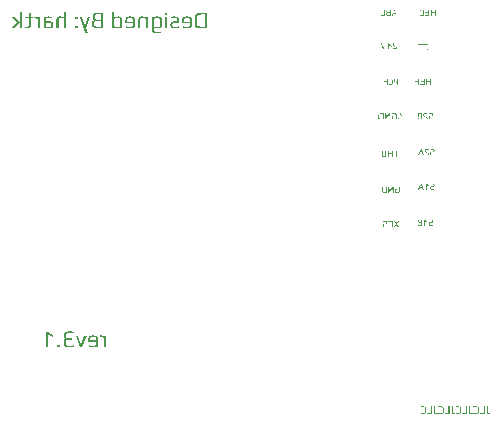
<source format=gbo>
G04 Layer: BottomSilkLayer*
G04 EasyEDA v6.4.19.5, 2021-04-14T09:17:14--7:00*
G04 eb9943026e544659989be2c3a0539dbc,debd25b7e7f645e7808fdd9718494454,10*
G04 Gerber Generator version 0.2*
G04 Scale: 100 percent, Rotated: No, Reflected: No *
G04 Dimensions in millimeters *
G04 leading zeros omitted , absolute positions ,4 integer and 5 decimal *
%FSLAX45Y45*%
%MOMM*%

%ADD10C,0.0001*%

%LPD*%
G36*
X5985967Y8124596D02*
G01*
X5985967Y7984642D01*
X6004001Y7984642D01*
X6004001Y8124596D01*
G37*
G36*
X6358839Y8124596D02*
G01*
X6358839Y8069478D01*
X6355791Y8075625D01*
X6349441Y8079994D01*
X6339789Y8082584D01*
X6326835Y8083448D01*
X6311087Y8081772D01*
X6300927Y8076590D01*
X6297574Y8072831D01*
X6295237Y8068056D01*
X6293764Y8062264D01*
X6293307Y8055508D01*
X6293307Y7984642D01*
X6311341Y7984642D01*
X6311392Y8056321D01*
X6311849Y8060588D01*
X6312865Y8062975D01*
X6314389Y8065414D01*
X6317030Y8067649D01*
X6320891Y8069224D01*
X6325920Y8070189D01*
X6332169Y8070494D01*
X6337300Y8070443D01*
X6345682Y8069681D01*
X6348933Y8068970D01*
X6351524Y8068106D01*
X6353657Y8066938D01*
X6355334Y8065566D01*
X6357569Y8062112D01*
X6358280Y8059928D01*
X6358686Y8057388D01*
X6358839Y8054492D01*
X6358839Y7984642D01*
X6376619Y7984642D01*
X6376619Y8124596D01*
G37*
G36*
X6764223Y8124596D02*
G01*
X6764223Y8010042D01*
X6782257Y8010042D01*
X6782257Y8057794D01*
X6783933Y8063484D01*
X6788861Y8067548D01*
X6797141Y8069986D01*
X6808673Y8070748D01*
X6815988Y8070646D01*
X6821881Y8070189D01*
X6826402Y8069478D01*
X6829501Y8068462D01*
X6831736Y8066887D01*
X6833311Y8064550D01*
X6834276Y8061553D01*
X6834581Y8057794D01*
X6834581Y8010042D01*
X6834225Y8006283D01*
X6833209Y8003082D01*
X6831431Y8000441D01*
X6828993Y7998358D01*
X6825843Y7996936D01*
X6821678Y7995920D01*
X6816547Y7995310D01*
X6810451Y7995056D01*
X6803390Y7995310D01*
X6797446Y7995920D01*
X6792620Y7996936D01*
X6788861Y7998358D01*
X6785965Y8000441D01*
X6783933Y8003082D01*
X6782663Y8006283D01*
X6782257Y8010042D01*
X6764223Y8010042D01*
X6764223Y7984642D01*
X6781749Y7984642D01*
X6781749Y7996072D01*
X6782308Y7993430D01*
X6783933Y7990941D01*
X6786625Y7988706D01*
X6790385Y7986674D01*
X6795109Y7984896D01*
X6800697Y7983626D01*
X6807047Y7982864D01*
X6814261Y7982610D01*
X6821017Y7982813D01*
X6826961Y7983321D01*
X6832193Y7984185D01*
X6836613Y7985404D01*
X6840524Y7987182D01*
X6843775Y7989366D01*
X6846468Y7992008D01*
X6848551Y7995056D01*
X6850227Y7998714D01*
X6851396Y8002930D01*
X6852107Y8007858D01*
X6852361Y8013344D01*
X6852361Y8056016D01*
X6850075Y8068564D01*
X6843217Y8077098D01*
X6831177Y8081873D01*
X6813245Y8083448D01*
X6807098Y8083245D01*
X6801459Y8082635D01*
X6796176Y8081619D01*
X6791401Y8080146D01*
X6787388Y8078470D01*
X6784543Y8076336D01*
X6782816Y8073898D01*
X6782257Y8071002D01*
X6781749Y8071002D01*
X6782257Y8095640D01*
X6782257Y8124596D01*
G37*
G36*
X7215327Y8116468D02*
G01*
X7215327Y8097672D01*
X7233361Y8097672D01*
X7233361Y8116468D01*
G37*
G36*
X6641033Y8114436D02*
G01*
X6626047Y8113572D01*
X6614617Y8110880D01*
X6610451Y8109254D01*
X6606997Y8107425D01*
X6604355Y8105343D01*
X6602425Y8103006D01*
X6601104Y8100415D01*
X6600139Y8097316D01*
X6599580Y8093811D01*
X6599377Y8089798D01*
X6599377Y8073034D01*
X6617411Y8073034D01*
X6617411Y8088274D01*
X6617766Y8091728D01*
X6618833Y8094573D01*
X6620560Y8096910D01*
X6622999Y8098688D01*
X6626148Y8099958D01*
X6630162Y8100822D01*
X6635140Y8101330D01*
X6667957Y8101482D01*
X6667957Y8057540D01*
X6640271Y8057540D01*
X6634632Y8057794D01*
X6629806Y8058505D01*
X6625844Y8059724D01*
X6622745Y8061350D01*
X6620408Y8063433D01*
X6618731Y8066074D01*
X6617766Y8069275D01*
X6617411Y8073034D01*
X6599377Y8073034D01*
X6599631Y8068716D01*
X6600444Y8065516D01*
X6601815Y8062722D01*
X6603695Y8060334D01*
X6606184Y8058353D01*
X6609232Y8056625D01*
X6612890Y8055152D01*
X6617157Y8053984D01*
X6617157Y8053222D01*
X6612077Y8052104D01*
X6607556Y8050530D01*
X6603593Y8048447D01*
X6600139Y8045856D01*
X6597243Y8043011D01*
X6595211Y8039760D01*
X6593941Y8036153D01*
X6593535Y8032140D01*
X6593535Y8011312D01*
X6612839Y8011312D01*
X6612839Y8030870D01*
X6612991Y8033308D01*
X6613398Y8035442D01*
X6614109Y8037372D01*
X6616293Y8040522D01*
X6617716Y8041792D01*
X6619443Y8042808D01*
X6623710Y8044180D01*
X6627622Y8044942D01*
X6631228Y8045246D01*
X6667957Y8045348D01*
X6667957Y7998104D01*
X6639509Y7998104D01*
X6632803Y7998307D01*
X6627114Y7998815D01*
X6622491Y7999679D01*
X6618935Y8000898D01*
X6616293Y8002727D01*
X6614363Y8005064D01*
X6613245Y8007908D01*
X6612839Y8011312D01*
X6593535Y8011312D01*
X6593535Y8010296D01*
X6596227Y7998256D01*
X6604203Y7990484D01*
X6618224Y7986115D01*
X6639509Y7984642D01*
X6687261Y7984642D01*
X6687261Y8114436D01*
G37*
G36*
X7519873Y8114436D02*
G01*
X7507071Y8113877D01*
X7495997Y8112150D01*
X7486599Y8109203D01*
X7478928Y8105140D01*
X7472934Y8099856D01*
X7468666Y8093456D01*
X7466126Y8085886D01*
X7465263Y8077098D01*
X7465263Y8020202D01*
X7484059Y8020202D01*
X7484059Y8077352D01*
X7484262Y8080908D01*
X7484770Y8084108D01*
X7485634Y8087004D01*
X7486853Y8089544D01*
X7488529Y8091931D01*
X7490459Y8093964D01*
X7492695Y8095640D01*
X7495235Y8096910D01*
X7500823Y8098891D01*
X7506411Y8100212D01*
X7516317Y8100974D01*
X7552131Y8100974D01*
X7552131Y7997850D01*
X7521143Y7997850D01*
X7504938Y7999272D01*
X7493355Y8003438D01*
X7486396Y8010448D01*
X7484059Y8020202D01*
X7465263Y8020202D01*
X7466126Y8011515D01*
X7468666Y8004403D01*
X7472934Y7998358D01*
X7478877Y7993430D01*
X7486497Y7989570D01*
X7495844Y7986877D01*
X7506868Y7985201D01*
X7519619Y7984642D01*
X7571435Y7984642D01*
X7571435Y8114436D01*
G37*
G36*
X6058103Y8111388D02*
G01*
X6058103Y8081416D01*
X6023559Y8081416D01*
X6023559Y8069478D01*
X6058103Y8069478D01*
X6058001Y8008518D01*
X6057646Y8005572D01*
X6057087Y8003031D01*
X6056325Y8000898D01*
X6055410Y7999272D01*
X6054090Y7997850D01*
X6052464Y7996732D01*
X6050483Y7995818D01*
X6048095Y7995158D01*
X6041847Y7994396D01*
X6038037Y7994294D01*
X6033008Y7994751D01*
X6023559Y7996072D01*
X6023559Y7984134D01*
X6033668Y7983016D01*
X6043625Y7982610D01*
X6049518Y7982813D01*
X6054750Y7983321D01*
X6059322Y7984185D01*
X6063183Y7985404D01*
X6066383Y7986928D01*
X6069177Y7988960D01*
X6071463Y7991500D01*
X6073343Y7994548D01*
X6074664Y7998104D01*
X6075629Y8002320D01*
X6076188Y8007248D01*
X6076391Y8012836D01*
X6076391Y8069478D01*
X6097981Y8069478D01*
X6097981Y8081416D01*
X6076391Y8081416D01*
X6076391Y8111388D01*
G37*
G36*
X6102299Y8083448D02*
G01*
X6102299Y8067954D01*
X6112459Y8067954D01*
X6118352Y8067751D01*
X6123381Y8067141D01*
X6127496Y8066125D01*
X6130747Y8064652D01*
X6133287Y8062671D01*
X6135116Y8060029D01*
X6136233Y8056727D01*
X6136589Y8052714D01*
X6136589Y7984642D01*
X6154623Y7984642D01*
X6154623Y8081416D01*
X6137605Y8081416D01*
X6137605Y8065668D01*
X6137351Y8067954D01*
X6136589Y8070138D01*
X6135319Y8072272D01*
X6133541Y8074304D01*
X6131407Y8076285D01*
X6126327Y8079587D01*
X6123381Y8080908D01*
X6120231Y8082025D01*
X6117183Y8082838D01*
X6114135Y8083296D01*
G37*
G36*
X6224473Y8083448D02*
G01*
X6216650Y8083296D01*
X6209944Y8082838D01*
X6204356Y8082025D01*
X6199835Y8080908D01*
X6196076Y8079435D01*
X6192977Y8077504D01*
X6190488Y8075117D01*
X6188659Y8072272D01*
X6187338Y8068716D01*
X6186373Y8064296D01*
X6185814Y8059064D01*
X6185611Y8052968D01*
X6185611Y8030616D01*
X6231585Y8030616D01*
X6239002Y8030311D01*
X6241846Y8029905D01*
X6244031Y8029346D01*
X6245758Y8028584D01*
X6247130Y8027517D01*
X6248196Y8026196D01*
X6249416Y8022386D01*
X6250076Y8016544D01*
X6250076Y8009483D01*
X6249416Y8003895D01*
X6248857Y8001660D01*
X6247993Y7999882D01*
X6246825Y7998358D01*
X6245453Y7997088D01*
X6243777Y7996072D01*
X6241745Y7995310D01*
X6239256Y7994751D01*
X6232855Y7994294D01*
X6224676Y7994396D01*
X6216396Y7995158D01*
X6212789Y7995818D01*
X6208776Y7997037D01*
X6205931Y7998815D01*
X6204204Y8001203D01*
X6203645Y8004200D01*
X6203645Y8030616D01*
X6185611Y8030616D01*
X6185611Y7984642D01*
X6203137Y7984642D01*
X6203137Y7993786D01*
X6205829Y7988909D01*
X6211570Y7985404D01*
X6220409Y7983321D01*
X6232347Y7982610D01*
X6238849Y7982813D01*
X6244539Y7983270D01*
X6249517Y7984083D01*
X6253683Y7985150D01*
X6257137Y7986674D01*
X6260033Y7988706D01*
X6262471Y7991246D01*
X6264351Y7994294D01*
X6265824Y7998002D01*
X6266840Y8002371D01*
X6267450Y8007502D01*
X6267653Y8013344D01*
X6267450Y8018627D01*
X6266891Y8023250D01*
X6265926Y8027263D01*
X6264605Y8030616D01*
X6262776Y8033461D01*
X6260439Y8035848D01*
X6257442Y8037779D01*
X6253937Y8039252D01*
X6249873Y8040370D01*
X6244996Y8041182D01*
X6239306Y8041640D01*
X6203645Y8041792D01*
X6203645Y8057286D01*
X6203797Y8059826D01*
X6204204Y8062010D01*
X6204915Y8063890D01*
X6207150Y8066836D01*
X6208674Y8067954D01*
X6210554Y8068868D01*
X6215481Y8070037D01*
X6222593Y8070697D01*
X6227013Y8070748D01*
X6242964Y8070189D01*
X6260287Y8068462D01*
X6260287Y8081670D01*
X6241440Y8083042D01*
G37*
G36*
X6916623Y8083448D02*
G01*
X6898081Y8081619D01*
X6885635Y8076082D01*
X6878574Y8066024D01*
X6876237Y8050428D01*
X6876237Y8040776D01*
X6894017Y8040776D01*
X6894017Y8056016D01*
X6894372Y8060131D01*
X6895338Y8063534D01*
X6897014Y8066227D01*
X6899351Y8068208D01*
X6902500Y8069681D01*
X6906615Y8070697D01*
X6911644Y8071307D01*
X6917639Y8071510D01*
X6923328Y8071307D01*
X6928205Y8070697D01*
X6932218Y8069681D01*
X6935419Y8068208D01*
X6937959Y8066227D01*
X6939788Y8063534D01*
X6940905Y8060131D01*
X6941261Y8056016D01*
X6941261Y8040776D01*
X6876237Y8040776D01*
X6876237Y8029092D01*
X6941261Y8029092D01*
X6941261Y8014360D01*
X6940803Y8009788D01*
X6939483Y8005825D01*
X6937248Y8002524D01*
X6934149Y7999882D01*
X6930136Y7998002D01*
X6925208Y7996681D01*
X6919366Y7995869D01*
X6912559Y7995564D01*
X6897573Y7996783D01*
X6880047Y8000390D01*
X6880047Y7986674D01*
X6897878Y7983626D01*
X6914845Y7982610D01*
X6928408Y7983474D01*
X6939534Y7985912D01*
X6948170Y7989976D01*
X6954367Y7995716D01*
X6958075Y8003082D01*
X6959295Y8012074D01*
X6959295Y8050428D01*
X6956755Y8065516D01*
X6949135Y8075574D01*
X6936079Y8081518D01*
G37*
G36*
X7020509Y8083448D02*
G01*
X7004710Y8081772D01*
X6994347Y8076590D01*
X6991146Y8072831D01*
X6988809Y8068056D01*
X6987438Y8062264D01*
X6986981Y8055508D01*
X6986981Y7984642D01*
X7005015Y7984642D01*
X7005066Y8056321D01*
X7005320Y8059521D01*
X7005878Y8062010D01*
X7007148Y8064449D01*
X7008063Y8065668D01*
X7010603Y8067802D01*
X7014413Y8069325D01*
X7019493Y8070240D01*
X7025843Y8070494D01*
X7035139Y8070189D01*
X7042099Y8069224D01*
X7044690Y8068360D01*
X7046874Y8067192D01*
X7048652Y8065820D01*
X7049973Y8064144D01*
X7050989Y8062315D01*
X7051700Y8060080D01*
X7052106Y8057489D01*
X7052259Y8054492D01*
X7052259Y7984642D01*
X7070293Y7984642D01*
X7070293Y8081416D01*
X7052259Y8081416D01*
X7052259Y8069478D01*
X7049211Y8075625D01*
X7042912Y8079994D01*
X7033361Y8082584D01*
G37*
G36*
X7148017Y8083448D02*
G01*
X7127900Y8080603D01*
X7118299Y8072018D01*
X7118299Y8081416D01*
X7101535Y8081416D01*
X7101535Y8010804D01*
X7119569Y8010804D01*
X7119569Y8054492D01*
X7120077Y8060334D01*
X7120737Y8062722D01*
X7121601Y8064652D01*
X7122820Y8066227D01*
X7124547Y8067548D01*
X7126630Y8068614D01*
X7129221Y8069478D01*
X7132472Y8070189D01*
X7140702Y8070951D01*
X7150506Y8070951D01*
X7158126Y8070189D01*
X7163308Y8068716D01*
X7165289Y8067649D01*
X7166864Y8066328D01*
X7168083Y8064652D01*
X7168845Y8062722D01*
X7169759Y8057642D01*
X7169759Y8007603D01*
X7169353Y8004860D01*
X7168743Y8002524D01*
X7167829Y8000644D01*
X7166711Y7999018D01*
X7165187Y7997698D01*
X7163155Y7996631D01*
X7160717Y7995818D01*
X7154316Y7994903D01*
X7145223Y7994548D01*
X7138771Y7994802D01*
X7133285Y7995462D01*
X7128865Y7996580D01*
X7125411Y7998104D01*
X7122871Y8000136D01*
X7121042Y8002930D01*
X7119924Y8006486D01*
X7119569Y8010804D01*
X7101535Y8010804D01*
X7101535Y7975498D01*
X7101840Y7969148D01*
X7102805Y7963509D01*
X7104380Y7958632D01*
X7106615Y7954416D01*
X7109358Y7950911D01*
X7112762Y7947964D01*
X7116876Y7945577D01*
X7121601Y7943748D01*
X7133031Y7941462D01*
X7147509Y7940700D01*
X7165797Y7941208D01*
X7181037Y7942732D01*
X7181037Y7955686D01*
X7160209Y7953603D01*
X7145985Y7952892D01*
X7139482Y7953197D01*
X7133996Y7954009D01*
X7129475Y7955330D01*
X7125919Y7957210D01*
X7123125Y7959750D01*
X7121144Y7963001D01*
X7119975Y7967014D01*
X7119569Y7971688D01*
X7119569Y7995056D01*
X7120229Y7992109D01*
X7121855Y7989570D01*
X7124547Y7987436D01*
X7128205Y7985658D01*
X7132675Y7984337D01*
X7137603Y7983372D01*
X7143089Y7982813D01*
X7149033Y7982610D01*
X7156094Y7982813D01*
X7162393Y7983321D01*
X7167778Y7984185D01*
X7172401Y7985404D01*
X7176312Y7987030D01*
X7179564Y7989112D01*
X7182256Y7991602D01*
X7184339Y7994548D01*
X7185812Y7998053D01*
X7186828Y8002117D01*
X7187438Y8006791D01*
X7187641Y8012074D01*
X7187641Y8051444D01*
X7185355Y8066278D01*
X7178497Y8076082D01*
X7166203Y8081619D01*
G37*
G36*
X7292289Y8083448D02*
G01*
X7262825Y8081924D01*
X7262825Y8068716D01*
X7279386Y8070850D01*
X7293051Y8071510D01*
X7299604Y8071358D01*
X7305040Y8070850D01*
X7309408Y8069986D01*
X7312609Y8068716D01*
X7314844Y8067090D01*
X7316419Y8065008D01*
X7317384Y8062417D01*
X7317689Y8059318D01*
X7317689Y8051190D01*
X7313269Y8043773D01*
X7299909Y8041284D01*
X7288733Y8041284D01*
X7275423Y8039912D01*
X7265873Y8035645D01*
X7260183Y8028584D01*
X7258253Y8018678D01*
X7258253Y8010296D01*
X7260793Y7997494D01*
X7268413Y7988960D01*
X7281621Y7984236D01*
X7300417Y7982610D01*
X7316317Y7983220D01*
X7333437Y7984896D01*
X7333437Y7998866D01*
X7313371Y7996021D01*
X7299909Y7995056D01*
X7294016Y7995259D01*
X7288987Y7995716D01*
X7284872Y7996529D01*
X7281621Y7997596D01*
X7279182Y7999069D01*
X7277455Y8001050D01*
X7276388Y8003641D01*
X7276033Y8006740D01*
X7276033Y8016646D01*
X7276287Y8019491D01*
X7277049Y8021878D01*
X7278319Y8023809D01*
X7280097Y8025282D01*
X7282586Y8026552D01*
X7285685Y8027416D01*
X7289444Y8027924D01*
X7304735Y8028076D01*
X7311796Y8028482D01*
X7317943Y8029600D01*
X7323226Y8031530D01*
X7327595Y8034172D01*
X7331049Y8037677D01*
X7333488Y8041741D01*
X7334961Y8046415D01*
X7335469Y8051698D01*
X7335469Y8060588D01*
X7334250Y8067598D01*
X7330694Y8073288D01*
X7324699Y8077758D01*
X7316266Y8080908D01*
X7305497Y8082838D01*
G37*
G36*
X7397699Y8083448D02*
G01*
X7379309Y8081619D01*
X7366711Y8076082D01*
X7359650Y8066024D01*
X7357313Y8050428D01*
X7357313Y8040776D01*
X7375347Y8040776D01*
X7375347Y8056016D01*
X7375702Y8060131D01*
X7376668Y8063534D01*
X7378344Y8066227D01*
X7380681Y8068208D01*
X7383830Y8069681D01*
X7387844Y8070697D01*
X7392822Y8071307D01*
X7398715Y8071510D01*
X7404506Y8071307D01*
X7409434Y8070697D01*
X7413548Y8069681D01*
X7416749Y8068208D01*
X7419187Y8066227D01*
X7420965Y8063534D01*
X7421981Y8060131D01*
X7422337Y8056016D01*
X7422337Y8040776D01*
X7357313Y8040776D01*
X7357313Y8029092D01*
X7422337Y8029092D01*
X7422337Y8014360D01*
X7421880Y8009788D01*
X7420559Y8005825D01*
X7418324Y8002524D01*
X7415225Y7999882D01*
X7411313Y7998002D01*
X7406386Y7996681D01*
X7400493Y7995869D01*
X7393635Y7995564D01*
X7378649Y7996783D01*
X7361123Y8000390D01*
X7361123Y7986674D01*
X7379055Y7983626D01*
X7396175Y7982610D01*
X7409738Y7983474D01*
X7420864Y7985912D01*
X7429500Y7989976D01*
X7435697Y7995716D01*
X7439406Y8003082D01*
X7440625Y8012074D01*
X7440625Y8050428D01*
X7438085Y8065516D01*
X7430465Y8075574D01*
X7417206Y8081518D01*
G37*
G36*
X5920943Y8081416D02*
G01*
X5962853Y8037474D01*
X5917133Y7984642D01*
X5939485Y7984642D01*
X5983681Y8037474D01*
X5943041Y8081416D01*
G37*
G36*
X6452311Y8081416D02*
G01*
X6452311Y8059826D01*
X6475425Y8059826D01*
X6475425Y8081416D01*
G37*
G36*
X6490665Y8081416D02*
G01*
X6539433Y7942986D01*
X6558229Y7942986D01*
X6542989Y7983118D01*
X6580327Y8081416D01*
X6560769Y8081416D01*
X6533845Y8002422D01*
X6533337Y8002422D01*
X6508953Y8081416D01*
G37*
G36*
X7215327Y8081416D02*
G01*
X7215327Y7984642D01*
X7233361Y7984642D01*
X7233361Y8081416D01*
G37*
G36*
X6452311Y8006232D02*
G01*
X6452311Y7984642D01*
X6475425Y7984642D01*
X6475425Y8006232D01*
G37*
G36*
X9395968Y4785614D02*
G01*
X9391446Y4785512D01*
X9382556Y4784598D01*
X9378188Y4783836D01*
X9378188Y4776724D01*
X9382912Y4777740D01*
X9387484Y4778451D01*
X9395968Y4779010D01*
X9399524Y4778908D01*
X9404045Y4778298D01*
X9406839Y4777536D01*
X9408160Y4776978D01*
X9410700Y4775403D01*
X9412528Y4773320D01*
X9413646Y4770577D01*
X9414002Y4767326D01*
X9414002Y4736846D01*
X9409379Y4728464D01*
X9395460Y4725670D01*
X9387027Y4726228D01*
X9382556Y4726940D01*
X9377934Y4727956D01*
X9377934Y4720590D01*
X9386620Y4719269D01*
X9391243Y4718913D01*
X9395968Y4718812D01*
X9407956Y4719929D01*
X9416542Y4723180D01*
X9421672Y4728667D01*
X9423400Y4736338D01*
X9423400Y4767072D01*
X9421672Y4775200D01*
X9416542Y4780991D01*
X9407956Y4784445D01*
G37*
G36*
X9544812Y4785614D02*
G01*
X9540189Y4785512D01*
X9531299Y4784598D01*
X9527032Y4783836D01*
X9527032Y4776724D01*
X9531654Y4777740D01*
X9536125Y4778451D01*
X9544558Y4779010D01*
X9548164Y4778908D01*
X9554210Y4777994D01*
X9557004Y4776978D01*
X9559544Y4775403D01*
X9561372Y4773320D01*
X9562490Y4770577D01*
X9562846Y4767326D01*
X9562846Y4736846D01*
X9558172Y4728464D01*
X9544050Y4725670D01*
X9535718Y4726228D01*
X9526524Y4727956D01*
X9526524Y4720590D01*
X9535414Y4719269D01*
X9540036Y4718913D01*
X9544812Y4718812D01*
X9556699Y4719929D01*
X9565182Y4723180D01*
X9570313Y4728667D01*
X9571990Y4736338D01*
X9571990Y4767072D01*
X9570313Y4775200D01*
X9565182Y4780991D01*
X9556699Y4784445D01*
G37*
G36*
X9693402Y4785614D02*
G01*
X9688880Y4785512D01*
X9679990Y4784598D01*
X9675622Y4783836D01*
X9675622Y4776724D01*
X9684816Y4778451D01*
X9693148Y4779010D01*
X9696907Y4778908D01*
X9701479Y4778298D01*
X9704273Y4777536D01*
X9705594Y4776978D01*
X9708134Y4775403D01*
X9709962Y4773320D01*
X9711080Y4770577D01*
X9711436Y4767326D01*
X9711436Y4736846D01*
X9706813Y4728464D01*
X9692894Y4725670D01*
X9684461Y4726228D01*
X9679990Y4726940D01*
X9675368Y4727956D01*
X9675368Y4720590D01*
X9684054Y4719269D01*
X9688677Y4718913D01*
X9693402Y4718812D01*
X9705390Y4719929D01*
X9713976Y4723180D01*
X9719106Y4728667D01*
X9720834Y4736338D01*
X9720834Y4767072D01*
X9719106Y4775200D01*
X9713976Y4780991D01*
X9705390Y4784445D01*
G37*
G36*
X9842246Y4785614D02*
G01*
X9837623Y4785512D01*
X9828733Y4784598D01*
X9824466Y4783836D01*
X9824466Y4776724D01*
X9829088Y4777740D01*
X9833559Y4778451D01*
X9841992Y4779010D01*
X9845598Y4778908D01*
X9851644Y4777994D01*
X9854438Y4776978D01*
X9856978Y4775403D01*
X9858806Y4773320D01*
X9859924Y4770577D01*
X9860280Y4767326D01*
X9860280Y4736846D01*
X9855555Y4728464D01*
X9841484Y4725670D01*
X9833152Y4726228D01*
X9823958Y4727956D01*
X9823958Y4720590D01*
X9832695Y4719269D01*
X9837369Y4718913D01*
X9842246Y4718812D01*
X9854133Y4719929D01*
X9862616Y4723180D01*
X9867747Y4728667D01*
X9869424Y4736338D01*
X9869424Y4767072D01*
X9867747Y4775200D01*
X9862616Y4780991D01*
X9854133Y4784445D01*
G37*
G36*
X9463532Y4784598D02*
G01*
X9463532Y4726432D01*
X9431782Y4726432D01*
X9431782Y4719828D01*
X9473438Y4719828D01*
X9473438Y4784598D01*
G37*
G36*
X9490202Y4784598D02*
G01*
X9490303Y4731105D01*
X9490659Y4728514D01*
X9491218Y4726381D01*
X9491980Y4724654D01*
X9492996Y4723130D01*
X9494266Y4721860D01*
X9495790Y4720844D01*
X9497568Y4720082D01*
X9502140Y4719116D01*
X9508236Y4718812D01*
X9515144Y4719066D01*
X9520174Y4719828D01*
X9520174Y4726432D01*
X9514382Y4725111D01*
X9509252Y4724654D01*
X9505899Y4724857D01*
X9503410Y4725416D01*
X9501682Y4726432D01*
X9500616Y4727956D01*
X9500057Y4730242D01*
X9499854Y4733544D01*
X9499854Y4784598D01*
G37*
G36*
X9612376Y4784598D02*
G01*
X9612376Y4726432D01*
X9580372Y4726432D01*
X9580372Y4719828D01*
X9622028Y4719828D01*
X9622028Y4784598D01*
G37*
G36*
X9638792Y4784598D02*
G01*
X9638893Y4731105D01*
X9639249Y4728514D01*
X9639808Y4726381D01*
X9640570Y4724654D01*
X9641586Y4723130D01*
X9642856Y4721860D01*
X9644380Y4720844D01*
X9646158Y4720082D01*
X9650730Y4719116D01*
X9656826Y4718812D01*
X9663887Y4719066D01*
X9668764Y4719828D01*
X9668764Y4726432D01*
X9663023Y4725111D01*
X9658096Y4724654D01*
X9654590Y4724857D01*
X9652254Y4725416D01*
X9650526Y4726432D01*
X9649460Y4727956D01*
X9648698Y4730242D01*
X9648444Y4733544D01*
X9648444Y4784598D01*
G37*
G36*
X9760966Y4784598D02*
G01*
X9760966Y4726432D01*
X9729216Y4726432D01*
X9729216Y4719828D01*
X9770872Y4719828D01*
X9770872Y4784598D01*
G37*
G36*
X9787636Y4784598D02*
G01*
X9787737Y4731105D01*
X9788093Y4728514D01*
X9788652Y4726381D01*
X9789414Y4724654D01*
X9790430Y4723130D01*
X9791700Y4721860D01*
X9793224Y4720844D01*
X9795002Y4720082D01*
X9799574Y4719116D01*
X9805670Y4718812D01*
X9812528Y4719066D01*
X9817354Y4719828D01*
X9817354Y4726432D01*
X9811766Y4725111D01*
X9806686Y4724654D01*
X9803333Y4724857D01*
X9800844Y4725416D01*
X9799116Y4726432D01*
X9798050Y4727956D01*
X9797491Y4730242D01*
X9797288Y4733544D01*
X9797288Y4784598D01*
G37*
G36*
X9909810Y4784598D02*
G01*
X9909810Y4726432D01*
X9877806Y4726432D01*
X9877806Y4719828D01*
X9919462Y4719828D01*
X9919462Y4784598D01*
G37*
G36*
X9936226Y4784598D02*
G01*
X9936327Y4731105D01*
X9936683Y4728514D01*
X9937242Y4726381D01*
X9938004Y4724654D01*
X9939020Y4723130D01*
X9940290Y4721860D01*
X9941814Y4720844D01*
X9943592Y4720082D01*
X9948164Y4719116D01*
X9954260Y4718812D01*
X9961168Y4719066D01*
X9966198Y4719828D01*
X9966198Y4726432D01*
X9960508Y4725111D01*
X9955530Y4724654D01*
X9951974Y4724857D01*
X9949434Y4725416D01*
X9947859Y4726432D01*
X9946640Y4727956D01*
X9946081Y4730242D01*
X9945878Y4733544D01*
X9945878Y4784598D01*
G37*
G36*
X6401562Y5417058D02*
G01*
X6382054Y5415838D01*
X6368796Y5412232D01*
X6364325Y5409285D01*
X6361176Y5405424D01*
X6359245Y5400751D01*
X6358636Y5395214D01*
X6358636Y5369814D01*
X6358940Y5366766D01*
X6359906Y5364022D01*
X6361480Y5361584D01*
X6363716Y5359400D01*
X6366408Y5357418D01*
X6369507Y5355844D01*
X6372910Y5354624D01*
X6376670Y5353812D01*
X6376670Y5353050D01*
X6372250Y5352237D01*
X6365290Y5350256D01*
X6361684Y5348732D01*
X6358585Y5346496D01*
X6356350Y5343601D01*
X6355029Y5339994D01*
X6354572Y5335778D01*
X6354572Y5309362D01*
X6354775Y5306009D01*
X6355334Y5302808D01*
X6356299Y5299811D01*
X6357620Y5296916D01*
X6359245Y5294376D01*
X6361125Y5292140D01*
X6363208Y5290210D01*
X6367678Y5287213D01*
X6373012Y5284927D01*
X6379565Y5283149D01*
X6386169Y5282031D01*
X6393180Y5281472D01*
X6399885Y5281218D01*
X6411620Y5281422D01*
X6420916Y5282133D01*
X6430772Y5283301D01*
X6441186Y5284978D01*
X6441186Y5299710D01*
X6429603Y5297474D01*
X6419037Y5295900D01*
X6409436Y5294934D01*
X6400800Y5294630D01*
X6389014Y5295595D01*
X6380581Y5298440D01*
X6375552Y5303215D01*
X6373876Y5309870D01*
X6373876Y5332476D01*
X6374434Y5336184D01*
X6376111Y5339283D01*
X6378854Y5341670D01*
X6382766Y5343398D01*
X6386830Y5344210D01*
X6390386Y5344668D01*
X6394196Y5344871D01*
X6424422Y5344922D01*
X6424422Y5357622D01*
X6397701Y5357672D01*
X6393942Y5357876D01*
X6390386Y5358384D01*
X6384290Y5360009D01*
X6382461Y5360873D01*
X6380835Y5361940D01*
X6379464Y5363210D01*
X6378346Y5364734D01*
X6377584Y5366461D01*
X6377076Y5368391D01*
X6376924Y5370576D01*
X6376924Y5394198D01*
X6383020Y5402021D01*
X6401308Y5404612D01*
X6418783Y5403799D01*
X6438646Y5401310D01*
X6438646Y5415280D01*
X6420612Y5416600D01*
G37*
G36*
X6204458Y5415026D02*
G01*
X6204458Y5283200D01*
X6222238Y5283200D01*
X6222238Y5396738D01*
X6262116Y5370576D01*
X6262116Y5387340D01*
X6221984Y5415026D01*
G37*
G36*
X6604000Y5383530D02*
G01*
X6585203Y5381701D01*
X6572503Y5376164D01*
X6565290Y5365800D01*
X6562852Y5350002D01*
X6562852Y5340350D01*
X6581140Y5340350D01*
X6581140Y5355844D01*
X6581495Y5359958D01*
X6582562Y5363362D01*
X6584289Y5366054D01*
X6586728Y5368036D01*
X6589877Y5369458D01*
X6593941Y5370525D01*
X6599021Y5371134D01*
X6605016Y5371338D01*
X6610908Y5371134D01*
X6615938Y5370525D01*
X6620052Y5369458D01*
X6623303Y5368036D01*
X6625742Y5366054D01*
X6627469Y5363362D01*
X6628536Y5359958D01*
X6628892Y5355844D01*
X6628892Y5340350D01*
X6562852Y5340350D01*
X6562852Y5328412D01*
X6628892Y5328412D01*
X6628892Y5313426D01*
X6628434Y5308701D01*
X6627114Y5304739D01*
X6624878Y5301488D01*
X6621780Y5298948D01*
X6617766Y5296966D01*
X6612788Y5295544D01*
X6606844Y5294680D01*
X6599936Y5294376D01*
X6584696Y5295595D01*
X6566916Y5299202D01*
X6566916Y5285232D01*
X6585102Y5282184D01*
X6602475Y5281168D01*
X6616192Y5281980D01*
X6627469Y5284520D01*
X6636207Y5288686D01*
X6642455Y5294477D01*
X6646164Y5301996D01*
X6647434Y5311140D01*
X6647434Y5350002D01*
X6644894Y5365445D01*
X6637274Y5375656D01*
X6623761Y5381548D01*
G37*
G36*
X6662166Y5383530D02*
G01*
X6662166Y5368036D01*
X6672325Y5368036D01*
X6678371Y5367832D01*
X6683502Y5367172D01*
X6687769Y5366054D01*
X6691122Y5364480D01*
X6693662Y5362498D01*
X6695490Y5359857D01*
X6696608Y5356504D01*
X6696964Y5352542D01*
X6696964Y5283200D01*
X6715252Y5283200D01*
X6715252Y5381498D01*
X6697980Y5381498D01*
X6697980Y5365496D01*
X6697725Y5367782D01*
X6696964Y5370017D01*
X6695694Y5372201D01*
X6693916Y5374386D01*
X6691731Y5376316D01*
X6689293Y5378094D01*
X6686550Y5379618D01*
X6683502Y5380990D01*
X6680352Y5382107D01*
X6677202Y5382920D01*
X6674103Y5383377D01*
G37*
G36*
X6458204Y5381498D02*
G01*
X6492494Y5283200D01*
X6514338Y5283200D01*
X6549644Y5381498D01*
X6530340Y5381498D01*
X6503162Y5298948D01*
X6502146Y5298948D01*
X6475730Y5381498D01*
G37*
G36*
X6301232Y5305044D02*
G01*
X6301232Y5283200D01*
X6324854Y5283200D01*
X6324854Y5305044D01*
G37*
G36*
X9066530Y8141716D02*
G01*
X9066530Y8095234D01*
X9040876Y8095234D01*
X9040876Y8089900D01*
X9074150Y8089900D01*
X9074150Y8141716D01*
G37*
G36*
X9104630Y8141716D02*
G01*
X9098737Y8141411D01*
X9094216Y8140446D01*
X9091015Y8138972D01*
X9089136Y8137144D01*
X9088374Y8135010D01*
X9088120Y8132064D01*
X9088120Y8125206D01*
X9095232Y8125206D01*
X9095384Y8132724D01*
X9095790Y8133892D01*
X9096502Y8134858D01*
X9097518Y8135620D01*
X9100312Y8136381D01*
X9104630Y8136636D01*
X9115552Y8136636D01*
X9115552Y8119109D01*
X9102140Y8119211D01*
X9100261Y8119465D01*
X9098686Y8119973D01*
X9096502Y8121497D01*
X9095790Y8122513D01*
X9095384Y8123783D01*
X9095232Y8125206D01*
X9088120Y8125206D01*
X9088221Y8123529D01*
X9088577Y8122208D01*
X9089898Y8120125D01*
X9091980Y8118602D01*
X9095232Y8117586D01*
X9095232Y8117331D01*
X9091371Y8116265D01*
X9088374Y8114538D01*
X9087154Y8113318D01*
X9086291Y8111998D01*
X9085732Y8110524D01*
X9085580Y8108950D01*
X9085580Y8100568D01*
X9093454Y8100568D01*
X9093504Y8109407D01*
X9093860Y8111083D01*
X9094774Y8112353D01*
X9096146Y8113217D01*
X9099296Y8113979D01*
X9102801Y8114284D01*
X9115552Y8114284D01*
X9115552Y8095234D01*
X9101429Y8095335D01*
X9099092Y8095538D01*
X9097213Y8095945D01*
X9095740Y8096503D01*
X9094724Y8097215D01*
X9094012Y8098180D01*
X9093606Y8099247D01*
X9093454Y8100568D01*
X9085580Y8100568D01*
X9085834Y8097621D01*
X9086646Y8095386D01*
X9088018Y8093557D01*
X9089898Y8092186D01*
X9092387Y8091170D01*
X9095638Y8090458D01*
X9099499Y8090052D01*
X9123172Y8089900D01*
X9123172Y8141716D01*
G37*
G36*
X9151366Y8141716D02*
G01*
X9139313Y8110981D01*
X9147048Y8110981D01*
X9155938Y8134350D01*
X9156700Y8134350D01*
X9165336Y8110981D01*
X9139313Y8110981D01*
X9131046Y8089900D01*
X9139174Y8089900D01*
X9145016Y8105648D01*
X9167368Y8105648D01*
X9173210Y8089900D01*
X9180830Y8089900D01*
X9160256Y8141716D01*
G37*
G36*
X9384639Y8142731D02*
G01*
X9379356Y8142325D01*
X9374581Y8141055D01*
X9372447Y8139887D01*
X9370720Y8138464D01*
X9369348Y8136432D01*
X9368332Y8133740D01*
X9367824Y8130590D01*
X9367781Y8102092D01*
X9375140Y8102092D01*
X9375190Y8130946D01*
X9375698Y8133740D01*
X9376156Y8134858D01*
X9377476Y8136381D01*
X9379458Y8137398D01*
X9382252Y8137753D01*
X9386062Y8137906D01*
X9390075Y8137804D01*
X9392920Y8137398D01*
X9394901Y8136381D01*
X9396222Y8134858D01*
X9396984Y8132470D01*
X9397238Y8129270D01*
X9397187Y8100415D01*
X9396679Y8097774D01*
X9396222Y8096758D01*
X9394698Y8095284D01*
X9392666Y8094472D01*
X9389872Y8093913D01*
X9386062Y8093709D01*
X9382252Y8093913D01*
X9379458Y8094472D01*
X9377476Y8095284D01*
X9376156Y8096758D01*
X9375394Y8098993D01*
X9375140Y8102092D01*
X9367781Y8102092D01*
X9368028Y8099247D01*
X9368790Y8096503D01*
X9370009Y8094218D01*
X9371584Y8092440D01*
X9373362Y8091322D01*
X9378188Y8089646D01*
X9383268Y8089188D01*
X9390684Y8089290D01*
X9395460Y8090052D01*
X9397949Y8090712D01*
X9399981Y8091728D01*
X9401505Y8093151D01*
X9402775Y8095183D01*
X9403791Y8097723D01*
X9404299Y8100669D01*
X9404350Y8128508D01*
X9404096Y8132013D01*
X9403334Y8134858D01*
X9402165Y8137347D01*
X9400794Y8139175D01*
X9399016Y8140496D01*
X9396730Y8141462D01*
X9392920Y8142325D01*
X9387484Y8142731D01*
G37*
G36*
X9414256Y8141716D02*
G01*
X9414256Y8136381D01*
X9441180Y8136381D01*
X9441180Y8119364D01*
X9416796Y8119364D01*
X9416796Y8114030D01*
X9441180Y8114030D01*
X9441180Y8095234D01*
X9413240Y8095234D01*
X9413240Y8089900D01*
X9449054Y8089900D01*
X9449054Y8141716D01*
G37*
G36*
X9462516Y8141716D02*
G01*
X9462516Y8089900D01*
X9470136Y8089900D01*
X9470136Y8114030D01*
X9497822Y8114030D01*
X9497822Y8089900D01*
X9505696Y8089900D01*
X9505696Y8141716D01*
X9497822Y8141716D01*
X9497822Y8119364D01*
X9470136Y8119364D01*
X9470136Y8141716D01*
G37*
G36*
X9157716Y7863331D02*
G01*
X9153702Y7863179D01*
X9150299Y7862671D01*
X9147454Y7861909D01*
X9145270Y7860792D01*
X9143593Y7859166D01*
X9142425Y7857185D01*
X9141714Y7854746D01*
X9141460Y7851902D01*
X9141510Y7842148D01*
X9142018Y7839760D01*
X9143034Y7837830D01*
X9144558Y7836153D01*
X9146692Y7834630D01*
X9149740Y7832953D01*
X9163812Y7826502D01*
X9166047Y7825231D01*
X9167622Y7823657D01*
X9168587Y7821777D01*
X9168892Y7819644D01*
X9168892Y7816088D01*
X9141460Y7816088D01*
X9141460Y7810500D01*
X9176258Y7810500D01*
X9176207Y7820914D01*
X9175851Y7822946D01*
X9174226Y7826603D01*
X9173159Y7827873D01*
X9171635Y7829194D01*
X9164167Y7833359D01*
X9154414Y7837678D01*
X9152178Y7838948D01*
X9150604Y7840522D01*
X9149638Y7842402D01*
X9149334Y7844536D01*
X9149435Y7853375D01*
X9149842Y7854797D01*
X9150502Y7855915D01*
X9151366Y7856728D01*
X9154464Y7857490D01*
X9159240Y7857744D01*
X9165844Y7857388D01*
X9174480Y7856220D01*
X9174480Y7861808D01*
X9166250Y7862976D01*
G37*
G36*
X9038336Y7862316D02*
G01*
X9058910Y7810500D01*
X9068054Y7810500D01*
X9088120Y7862316D01*
X9079992Y7862316D01*
X9063482Y7817866D01*
X9062720Y7817866D01*
X9045956Y7862316D01*
G37*
G36*
X9099042Y7862316D02*
G01*
X9099042Y7856220D01*
X9105646Y7856220D01*
X9125204Y7827264D01*
X9105646Y7827264D01*
X9105646Y7856220D01*
X9099042Y7856220D01*
X9099042Y7827264D01*
X9093454Y7827264D01*
X9093454Y7821930D01*
X9099042Y7821930D01*
X9099042Y7810500D01*
X9105646Y7810500D01*
X9105646Y7821930D01*
X9131554Y7821930D01*
X9131554Y7828280D01*
X9107932Y7862316D01*
G37*
G36*
X9421876Y7850631D02*
G01*
X9414611Y7850276D01*
X9407652Y7849108D01*
X9407652Y7843266D01*
X9411360Y7844180D01*
X9418370Y7845145D01*
X9423196Y7845247D01*
X9428327Y7844637D01*
X9430512Y7843977D01*
X9433661Y7842402D01*
X9435134Y7840725D01*
X9436049Y7838592D01*
X9436354Y7835900D01*
X9436354Y7811516D01*
X9435439Y7807604D01*
X9432594Y7804861D01*
X9427921Y7803184D01*
X9421368Y7802625D01*
X9414713Y7803083D01*
X9407398Y7804403D01*
X9407398Y7798562D01*
X9414306Y7797393D01*
X9421876Y7797038D01*
X9438284Y7800543D01*
X9443720Y7811008D01*
X9443720Y7835646D01*
X9438284Y7846872D01*
G37*
G36*
X9358884Y7849616D02*
G01*
X9358884Y7844281D01*
X9376410Y7844281D01*
X9376410Y7797800D01*
X9384284Y7797800D01*
X9384284Y7844281D01*
X9401810Y7844281D01*
X9401810Y7849616D01*
G37*
G36*
X9122156Y7558531D02*
G01*
X9114891Y7558176D01*
X9107932Y7557008D01*
X9107932Y7551166D01*
X9111792Y7552080D01*
X9118904Y7553045D01*
X9123629Y7553147D01*
X9128658Y7552537D01*
X9130893Y7551877D01*
X9134043Y7550302D01*
X9135465Y7548625D01*
X9136329Y7546492D01*
X9136634Y7543800D01*
X9136634Y7519416D01*
X9135719Y7515504D01*
X9132874Y7512761D01*
X9128201Y7511084D01*
X9121648Y7510525D01*
X9114993Y7510983D01*
X9107678Y7512303D01*
X9107678Y7506462D01*
X9114739Y7505293D01*
X9122156Y7504938D01*
X9138513Y7508443D01*
X9144000Y7518908D01*
X9144000Y7543546D01*
X9138513Y7554772D01*
G37*
G36*
X9061704Y7557516D02*
G01*
X9061704Y7552181D01*
X9089644Y7552181D01*
X9089644Y7535164D01*
X9064244Y7535164D01*
X9064244Y7529830D01*
X9089644Y7529830D01*
X9089644Y7505700D01*
X9097264Y7505700D01*
X9097264Y7557516D01*
G37*
G36*
X9165336Y7557516D02*
G01*
X9160764Y7556753D01*
X9158274Y7556042D01*
X9156446Y7554975D01*
X9155074Y7553706D01*
X9153906Y7551928D01*
X9153144Y7549896D01*
X9152890Y7547356D01*
X9152890Y7536942D01*
X9160510Y7536942D01*
X9160560Y7547406D01*
X9161068Y7549184D01*
X9162135Y7550607D01*
X9163761Y7551623D01*
X9168130Y7552690D01*
X9180322Y7552690D01*
X9180322Y7529322D01*
X9169146Y7529423D01*
X9165183Y7530338D01*
X9163558Y7531100D01*
X9162237Y7532116D01*
X9161272Y7533436D01*
X9160713Y7535062D01*
X9160510Y7536942D01*
X9152890Y7536942D01*
X9153194Y7533640D01*
X9154109Y7531049D01*
X9155582Y7528915D01*
X9157716Y7527290D01*
X9160560Y7526070D01*
X9163913Y7525207D01*
X9167926Y7524648D01*
X9180322Y7524496D01*
X9180322Y7505700D01*
X9188196Y7505700D01*
X9188196Y7557516D01*
G37*
G36*
X9328912Y7557516D02*
G01*
X9328912Y7552181D01*
X9356852Y7552181D01*
X9356852Y7535164D01*
X9331452Y7535164D01*
X9331452Y7529830D01*
X9356852Y7529830D01*
X9356852Y7505700D01*
X9364472Y7505700D01*
X9364472Y7557516D01*
G37*
G36*
X9376156Y7557516D02*
G01*
X9376156Y7552181D01*
X9403080Y7552181D01*
X9403080Y7535164D01*
X9378696Y7535164D01*
X9378696Y7529830D01*
X9403080Y7529830D01*
X9403080Y7511034D01*
X9375140Y7511034D01*
X9375140Y7505700D01*
X9410954Y7505700D01*
X9410954Y7557516D01*
G37*
G36*
X9424416Y7557516D02*
G01*
X9424416Y7505700D01*
X9432036Y7505700D01*
X9432036Y7529830D01*
X9459722Y7529830D01*
X9459722Y7505700D01*
X9467596Y7505700D01*
X9467596Y7557516D01*
X9459722Y7557516D01*
X9459722Y7535164D01*
X9432036Y7535164D01*
X9432036Y7557516D01*
G37*
G36*
X9151620Y7266431D02*
G01*
X9142222Y7266127D01*
X9133840Y7265162D01*
X9133840Y7259066D01*
X9137497Y7259777D01*
X9147556Y7260742D01*
X9151620Y7260844D01*
X9163812Y7258507D01*
X9167876Y7251446D01*
X9167774Y7225842D01*
X9167520Y7224623D01*
X9166352Y7222490D01*
X9164523Y7220915D01*
X9162034Y7219696D01*
X9159494Y7218883D01*
X9156954Y7218425D01*
X9151112Y7218172D01*
X9145574Y7218476D01*
X9139682Y7219442D01*
X9139682Y7237730D01*
X9151874Y7237730D01*
X9151874Y7243064D01*
X9132570Y7243064D01*
X9132570Y7215124D01*
X9137650Y7214108D01*
X9142526Y7213396D01*
X9151620Y7212838D01*
X9158224Y7213092D01*
X9161068Y7213549D01*
X9167368Y7215428D01*
X9170162Y7216648D01*
X9172244Y7218425D01*
X9173972Y7220712D01*
X9175140Y7223658D01*
X9175496Y7226808D01*
X9175496Y7251446D01*
X9175343Y7253630D01*
X9174937Y7255611D01*
X9174226Y7257440D01*
X9173210Y7259066D01*
X9171940Y7260590D01*
X9170466Y7261859D01*
X9168790Y7262875D01*
X9164980Y7264349D01*
X9161272Y7265365D01*
X9157665Y7266025D01*
G37*
G36*
X9042146Y7265416D02*
G01*
X9025788Y7261707D01*
X9020302Y7250684D01*
X9020302Y7227824D01*
X9027922Y7227824D01*
X9027972Y7252055D01*
X9028480Y7254443D01*
X9028938Y7255509D01*
X9030462Y7257288D01*
X9032494Y7258558D01*
X9036812Y7259828D01*
X9039352Y7260031D01*
X9055100Y7260081D01*
X9055100Y7218934D01*
X9042654Y7218934D01*
X9036202Y7219492D01*
X9031630Y7221169D01*
X9028836Y7223912D01*
X9027922Y7227824D01*
X9020302Y7227824D01*
X9025737Y7217105D01*
X9042146Y7213600D01*
X9062974Y7213600D01*
X9062974Y7265416D01*
G37*
G36*
X9076436Y7265416D02*
G01*
X9076436Y7213600D01*
X9085580Y7213600D01*
X9114028Y7257288D01*
X9114028Y7213600D01*
X9120632Y7213600D01*
X9120632Y7265416D01*
X9111488Y7265416D01*
X9083040Y7222744D01*
X9083040Y7265416D01*
G37*
G36*
X9202166Y7265416D02*
G01*
X9190113Y7234681D01*
X9197848Y7234681D01*
X9206738Y7258050D01*
X9207500Y7258050D01*
X9216136Y7234681D01*
X9190113Y7234681D01*
X9181846Y7213600D01*
X9189974Y7213600D01*
X9195816Y7229348D01*
X9218168Y7229348D01*
X9224010Y7213600D01*
X9231630Y7213600D01*
X9211056Y7265416D01*
G37*
G36*
X9066631Y6948931D02*
G01*
X9061551Y6948525D01*
X9056674Y6947255D01*
X9054490Y6946087D01*
X9052864Y6944664D01*
X9051594Y6942632D01*
X9050578Y6939940D01*
X9050070Y6936790D01*
X9050027Y6908292D01*
X9057132Y6908292D01*
X9057233Y6937146D01*
X9057843Y6939940D01*
X9059011Y6941870D01*
X9060637Y6943140D01*
X9061704Y6943598D01*
X9064498Y6943953D01*
X9072118Y6944004D01*
X9074912Y6943598D01*
X9076893Y6942581D01*
X9078214Y6941058D01*
X9078976Y6938670D01*
X9079230Y6935470D01*
X9079179Y6906615D01*
X9078671Y6903974D01*
X9077604Y6902145D01*
X9076893Y6901484D01*
X9074912Y6900672D01*
X9071914Y6900113D01*
X9068054Y6899909D01*
X9064447Y6900113D01*
X9061704Y6900672D01*
X9059570Y6901484D01*
X9058148Y6902958D01*
X9057386Y6905193D01*
X9057132Y6908292D01*
X9050027Y6908292D01*
X9050274Y6905447D01*
X9051036Y6902703D01*
X9052204Y6900418D01*
X9053576Y6898640D01*
X9055455Y6897522D01*
X9057640Y6896608D01*
X9060180Y6895846D01*
X9065260Y6895388D01*
X9072930Y6895490D01*
X9077502Y6896252D01*
X9079941Y6896912D01*
X9082125Y6897928D01*
X9083751Y6899351D01*
X9085021Y6901383D01*
X9086037Y6903923D01*
X9086545Y6906869D01*
X9086596Y6934708D01*
X9086342Y6938213D01*
X9085580Y6941058D01*
X9084360Y6943547D01*
X9082786Y6945375D01*
X9081008Y6946696D01*
X9078722Y6947662D01*
X9074912Y6948525D01*
X9070898Y6948881D01*
G37*
G36*
X9098280Y6947916D02*
G01*
X9098280Y6896100D01*
X9105900Y6896100D01*
X9105900Y6920230D01*
X9133586Y6920230D01*
X9133586Y6896100D01*
X9141206Y6896100D01*
X9141206Y6947916D01*
X9133586Y6947916D01*
X9133586Y6925564D01*
X9105900Y6925564D01*
X9105900Y6947916D01*
G37*
G36*
X9149842Y6947916D02*
G01*
X9149842Y6942581D01*
X9167368Y6942581D01*
X9167368Y6896100D01*
X9175242Y6896100D01*
X9175242Y6942581D01*
X9192768Y6942581D01*
X9192768Y6947916D01*
G37*
G36*
X9429750Y6961631D02*
G01*
X9425736Y6961479D01*
X9422333Y6960971D01*
X9419488Y6960209D01*
X9417304Y6959092D01*
X9415627Y6957466D01*
X9414459Y6955485D01*
X9413748Y6953046D01*
X9413494Y6950202D01*
X9413544Y6940448D01*
X9414052Y6938060D01*
X9414967Y6936130D01*
X9416491Y6934453D01*
X9418726Y6932930D01*
X9421774Y6931253D01*
X9435592Y6924802D01*
X9437928Y6923531D01*
X9439605Y6921957D01*
X9440570Y6920077D01*
X9440926Y6917944D01*
X9440926Y6914388D01*
X9413494Y6914388D01*
X9413494Y6908800D01*
X9448292Y6908800D01*
X9448241Y6919214D01*
X9447885Y6921246D01*
X9447123Y6923227D01*
X9446107Y6924903D01*
X9443618Y6927494D01*
X9436201Y6931659D01*
X9426194Y6935978D01*
X9423958Y6937248D01*
X9422384Y6938822D01*
X9421418Y6940702D01*
X9421114Y6942836D01*
X9421266Y6951675D01*
X9421672Y6953097D01*
X9422384Y6954215D01*
X9423400Y6955028D01*
X9426498Y6955790D01*
X9431274Y6956044D01*
X9437878Y6955688D01*
X9446514Y6954520D01*
X9446514Y6960108D01*
X9438284Y6961276D01*
G37*
G36*
X9474454Y6961631D02*
G01*
X9468408Y6961378D01*
X9460992Y6960616D01*
X9460992Y6954774D01*
X9469069Y6955739D01*
X9474962Y6956044D01*
X9481108Y6955739D01*
X9483293Y6955332D01*
X9484868Y6954774D01*
X9485884Y6953910D01*
X9486595Y6952742D01*
X9487001Y6951370D01*
X9487052Y6942531D01*
X9486696Y6941413D01*
X9486138Y6940499D01*
X9485376Y6939788D01*
X9484207Y6939229D01*
X9480753Y6938619D01*
X9472422Y6938518D01*
X9467545Y6938213D01*
X9464040Y6937248D01*
X9462617Y6936536D01*
X9461449Y6935673D01*
X9459722Y6933438D01*
X9458756Y6930390D01*
X9458452Y6926325D01*
X9458604Y6919975D01*
X9458960Y6917690D01*
X9459620Y6915658D01*
X9460484Y6913880D01*
X9461652Y6912457D01*
X9463074Y6911238D01*
X9464802Y6910171D01*
X9466834Y6909308D01*
X9471812Y6908342D01*
X9478010Y6908038D01*
X9485223Y6908342D01*
X9493758Y6909308D01*
X9493758Y6915658D01*
X9485020Y6914337D01*
X9477502Y6913880D01*
X9472320Y6914184D01*
X9470339Y6914591D01*
X9468866Y6915150D01*
X9467646Y6915912D01*
X9466783Y6916978D01*
X9466224Y6918350D01*
X9466072Y6926834D01*
X9466580Y6929628D01*
X9467240Y6930644D01*
X9468104Y6931406D01*
X9469170Y6931964D01*
X9470644Y6932371D01*
X9474708Y6932675D01*
X9480804Y6932675D01*
X9484360Y6932879D01*
X9487357Y6933438D01*
X9489795Y6934403D01*
X9491726Y6935724D01*
X9493046Y6937451D01*
X9494012Y6939686D01*
X9494570Y6942277D01*
X9494672Y6951472D01*
X9493758Y6954926D01*
X9492996Y6956298D01*
X9491827Y6957517D01*
X9488678Y6959549D01*
X9486646Y6960362D01*
X9481312Y6961327D01*
G37*
G36*
X9376918Y6960616D02*
G01*
X9364865Y6929881D01*
X9372600Y6929881D01*
X9381490Y6953250D01*
X9382252Y6953250D01*
X9390888Y6929881D01*
X9364865Y6929881D01*
X9356598Y6908800D01*
X9364726Y6908800D01*
X9370822Y6924548D01*
X9392920Y6924548D01*
X9398762Y6908800D01*
X9406382Y6908800D01*
X9385808Y6960616D01*
G37*
G36*
X9178544Y6644131D02*
G01*
X9169095Y6643827D01*
X9160510Y6642862D01*
X9160510Y6636766D01*
X9164218Y6637477D01*
X9174226Y6638442D01*
X9178290Y6638544D01*
X9190685Y6636207D01*
X9194800Y6629146D01*
X9194698Y6603542D01*
X9193784Y6601256D01*
X9192209Y6599326D01*
X9190177Y6597954D01*
X9187688Y6596938D01*
X9184995Y6596278D01*
X9179509Y6595872D01*
X9175343Y6595973D01*
X9169603Y6596583D01*
X9166606Y6597142D01*
X9166606Y6615430D01*
X9178798Y6615430D01*
X9178798Y6620764D01*
X9159240Y6620764D01*
X9159240Y6592824D01*
X9164370Y6591808D01*
X9169247Y6591096D01*
X9178544Y6590538D01*
X9184894Y6590792D01*
X9187942Y6591249D01*
X9194241Y6593128D01*
X9196832Y6594348D01*
X9199118Y6596125D01*
X9200896Y6598412D01*
X9202013Y6601307D01*
X9202420Y6604508D01*
X9202420Y6629146D01*
X9202267Y6631330D01*
X9201861Y6633311D01*
X9201150Y6635140D01*
X9200134Y6636766D01*
X9198864Y6638290D01*
X9197390Y6639559D01*
X9195714Y6640575D01*
X9191802Y6642049D01*
X9187992Y6643065D01*
X9184335Y6643725D01*
G37*
G36*
X9069070Y6643116D02*
G01*
X9052661Y6639407D01*
X9047226Y6628384D01*
X9047226Y6605524D01*
X9054592Y6605524D01*
X9054693Y6629755D01*
X9055303Y6632143D01*
X9056522Y6634175D01*
X9058198Y6635699D01*
X9060281Y6636613D01*
X9062618Y6637274D01*
X9067596Y6637781D01*
X9082024Y6637781D01*
X9082024Y6596634D01*
X9069578Y6596634D01*
X9063024Y6597192D01*
X9058351Y6598869D01*
X9055506Y6601612D01*
X9054592Y6605524D01*
X9047226Y6605524D01*
X9052610Y6594805D01*
X9068816Y6591300D01*
X9089644Y6591300D01*
X9089644Y6643116D01*
G37*
G36*
X9103106Y6643116D02*
G01*
X9103106Y6591300D01*
X9112504Y6591300D01*
X9140698Y6634988D01*
X9140698Y6591300D01*
X9147556Y6591300D01*
X9147556Y6643116D01*
X9138158Y6643116D01*
X9109964Y6600444D01*
X9109964Y6643116D01*
G37*
G36*
X9474454Y6669531D02*
G01*
X9468408Y6669278D01*
X9460992Y6668516D01*
X9460992Y6662674D01*
X9469069Y6663639D01*
X9474962Y6663944D01*
X9481108Y6663639D01*
X9483293Y6663232D01*
X9484868Y6662674D01*
X9485884Y6661810D01*
X9486595Y6660642D01*
X9487001Y6659270D01*
X9487052Y6650431D01*
X9486696Y6649313D01*
X9486138Y6648399D01*
X9485376Y6647688D01*
X9484207Y6647129D01*
X9480753Y6646519D01*
X9472422Y6646418D01*
X9467545Y6646113D01*
X9464040Y6645148D01*
X9462617Y6644436D01*
X9461449Y6643573D01*
X9459722Y6641338D01*
X9458756Y6638290D01*
X9458452Y6634225D01*
X9458604Y6627875D01*
X9458960Y6625590D01*
X9459620Y6623558D01*
X9460484Y6621780D01*
X9461652Y6620357D01*
X9463074Y6619138D01*
X9464802Y6618071D01*
X9466834Y6617208D01*
X9471812Y6616242D01*
X9478010Y6615938D01*
X9485223Y6616242D01*
X9493758Y6617208D01*
X9493758Y6623558D01*
X9485020Y6622237D01*
X9477502Y6621780D01*
X9472320Y6622084D01*
X9470339Y6622491D01*
X9468866Y6623050D01*
X9467646Y6623812D01*
X9466783Y6624878D01*
X9466224Y6626250D01*
X9466072Y6634734D01*
X9466580Y6637528D01*
X9467240Y6638544D01*
X9468104Y6639306D01*
X9469170Y6639864D01*
X9470644Y6640271D01*
X9474708Y6640575D01*
X9480804Y6640575D01*
X9484360Y6640779D01*
X9487357Y6641338D01*
X9489795Y6642303D01*
X9491726Y6643624D01*
X9493046Y6645351D01*
X9494012Y6647586D01*
X9494570Y6650177D01*
X9494672Y6659372D01*
X9493758Y6662826D01*
X9492996Y6664198D01*
X9491827Y6665417D01*
X9488678Y6667449D01*
X9486646Y6668262D01*
X9481312Y6669227D01*
G37*
G36*
X9376918Y6668516D02*
G01*
X9364865Y6637781D01*
X9372600Y6637781D01*
X9381490Y6661150D01*
X9382252Y6661150D01*
X9390888Y6637781D01*
X9364865Y6637781D01*
X9356598Y6616700D01*
X9364726Y6616700D01*
X9370822Y6632448D01*
X9392920Y6632448D01*
X9398762Y6616700D01*
X9406382Y6616700D01*
X9385808Y6668516D01*
G37*
G36*
X9421622Y6668516D02*
G01*
X9421622Y6616700D01*
X9428480Y6616700D01*
X9428480Y6661403D01*
X9444228Y6650990D01*
X9444228Y6657594D01*
X9428480Y6668516D01*
G37*
G36*
X9074912Y6352032D02*
G01*
X9068866Y6351778D01*
X9061450Y6351016D01*
X9061450Y6345174D01*
X9069527Y6346139D01*
X9075420Y6346444D01*
X9081566Y6346139D01*
X9083751Y6345732D01*
X9085326Y6345174D01*
X9086443Y6344310D01*
X9087256Y6343142D01*
X9087713Y6341770D01*
X9087764Y6332931D01*
X9087358Y6331813D01*
X9086697Y6330899D01*
X9085834Y6330188D01*
X9084665Y6329629D01*
X9081211Y6329019D01*
X9072880Y6328918D01*
X9068104Y6328613D01*
X9064498Y6327648D01*
X9063075Y6326936D01*
X9061907Y6326073D01*
X9060180Y6323838D01*
X9059214Y6320790D01*
X9058910Y6316726D01*
X9059011Y6310376D01*
X9059418Y6308090D01*
X9060027Y6306058D01*
X9060942Y6304280D01*
X9062110Y6302857D01*
X9063532Y6301638D01*
X9065260Y6300571D01*
X9067292Y6299708D01*
X9072219Y6298742D01*
X9078468Y6298438D01*
X9085681Y6298742D01*
X9094216Y6299708D01*
X9094216Y6306058D01*
X9085580Y6304737D01*
X9077960Y6304280D01*
X9072880Y6304584D01*
X9069324Y6305550D01*
X9068104Y6306312D01*
X9067241Y6307378D01*
X9066682Y6308750D01*
X9066631Y6318758D01*
X9067038Y6320028D01*
X9067647Y6321044D01*
X9069628Y6322364D01*
X9071102Y6322771D01*
X9075166Y6323076D01*
X9081262Y6323076D01*
X9084818Y6323279D01*
X9087815Y6323838D01*
X9090253Y6324803D01*
X9092184Y6326124D01*
X9093504Y6327851D01*
X9094470Y6330086D01*
X9095028Y6332677D01*
X9095130Y6341872D01*
X9094216Y6345326D01*
X9093454Y6346698D01*
X9092285Y6347917D01*
X9089136Y6349949D01*
X9087104Y6350762D01*
X9081770Y6351727D01*
G37*
G36*
X9104884Y6351016D02*
G01*
X9104884Y6345682D01*
X9132062Y6345682D01*
X9132062Y6328664D01*
X9107424Y6328664D01*
X9107424Y6323330D01*
X9132062Y6323330D01*
X9132062Y6304534D01*
X9104122Y6304534D01*
X9104122Y6299200D01*
X9139682Y6299200D01*
X9139682Y6351016D01*
G37*
G36*
X9147810Y6351016D02*
G01*
X9166352Y6325616D01*
X9147048Y6299200D01*
X9155938Y6299200D01*
X9170670Y6320282D01*
X9185402Y6299200D01*
X9194038Y6299200D01*
X9174988Y6325616D01*
X9193276Y6351016D01*
X9184386Y6351016D01*
X9170670Y6330950D01*
X9156700Y6351016D01*
G37*
G36*
X9461754Y6364732D02*
G01*
X9455708Y6364478D01*
X9448292Y6363716D01*
X9448292Y6357874D01*
X9456369Y6358839D01*
X9462262Y6359144D01*
X9468408Y6358839D01*
X9470593Y6358432D01*
X9472168Y6357874D01*
X9473184Y6357010D01*
X9473895Y6355842D01*
X9474301Y6354470D01*
X9474352Y6345631D01*
X9473996Y6344513D01*
X9473438Y6343599D01*
X9472676Y6342888D01*
X9471507Y6342329D01*
X9468053Y6341719D01*
X9459722Y6341618D01*
X9454845Y6341313D01*
X9451340Y6340348D01*
X9449917Y6339636D01*
X9448749Y6338773D01*
X9447022Y6336538D01*
X9446056Y6333490D01*
X9445752Y6329426D01*
X9445904Y6323076D01*
X9446260Y6320790D01*
X9446920Y6318758D01*
X9447784Y6316980D01*
X9448952Y6315557D01*
X9450374Y6314338D01*
X9452102Y6313271D01*
X9454134Y6312408D01*
X9459112Y6311442D01*
X9465310Y6311138D01*
X9472523Y6311442D01*
X9481058Y6312408D01*
X9481058Y6318758D01*
X9472320Y6317437D01*
X9464802Y6316980D01*
X9459620Y6317284D01*
X9457639Y6317691D01*
X9456166Y6318250D01*
X9454946Y6319012D01*
X9454083Y6320078D01*
X9453524Y6321450D01*
X9453372Y6329934D01*
X9453880Y6332728D01*
X9454540Y6333744D01*
X9455404Y6334506D01*
X9456470Y6335064D01*
X9457944Y6335471D01*
X9462008Y6335776D01*
X9468104Y6335776D01*
X9471660Y6335979D01*
X9474657Y6336538D01*
X9477095Y6337503D01*
X9479026Y6338824D01*
X9480346Y6340551D01*
X9481312Y6342786D01*
X9481870Y6345377D01*
X9481972Y6354572D01*
X9481058Y6358026D01*
X9480296Y6359398D01*
X9479127Y6360617D01*
X9475978Y6362649D01*
X9473946Y6363462D01*
X9468612Y6364427D01*
G37*
G36*
X9369806Y6363716D02*
G01*
X9363710Y6363411D01*
X9359138Y6362446D01*
X9356140Y6360972D01*
X9355074Y6360109D01*
X9353753Y6358178D01*
X9353143Y6355638D01*
X9353042Y6347206D01*
X9360408Y6347206D01*
X9360560Y6354724D01*
X9360916Y6355892D01*
X9361576Y6356858D01*
X9362440Y6357620D01*
X9365437Y6358382D01*
X9369806Y6358636D01*
X9380474Y6358636D01*
X9380474Y6341110D01*
X9367215Y6341211D01*
X9365234Y6341465D01*
X9363659Y6341973D01*
X9362440Y6342634D01*
X9360916Y6344513D01*
X9360408Y6347206D01*
X9353042Y6347206D01*
X9353143Y6345529D01*
X9353499Y6344208D01*
X9354820Y6342126D01*
X9357055Y6340602D01*
X9360154Y6339586D01*
X9360154Y6339332D01*
X9356293Y6338265D01*
X9353296Y6336538D01*
X9352178Y6335318D01*
X9351365Y6333998D01*
X9350908Y6332524D01*
X9350756Y6330950D01*
X9350756Y6322568D01*
X9358376Y6322568D01*
X9358426Y6331407D01*
X9358934Y6333083D01*
X9359849Y6334353D01*
X9361119Y6335217D01*
X9364319Y6335979D01*
X9367824Y6336284D01*
X9380474Y6336284D01*
X9380474Y6317234D01*
X9366351Y6317335D01*
X9364065Y6317538D01*
X9362287Y6317945D01*
X9359798Y6319215D01*
X9358985Y6320180D01*
X9358528Y6321247D01*
X9358376Y6322568D01*
X9350756Y6322568D01*
X9351010Y6319621D01*
X9351822Y6317386D01*
X9353194Y6315557D01*
X9355074Y6314186D01*
X9357461Y6313170D01*
X9360611Y6312458D01*
X9364472Y6312052D01*
X9388348Y6311900D01*
X9388348Y6363716D01*
G37*
G36*
X9408922Y6363716D02*
G01*
X9408922Y6311900D01*
X9415780Y6311900D01*
X9415780Y6356604D01*
X9431528Y6346190D01*
X9431528Y6352794D01*
X9415780Y6363716D01*
G37*
G36*
X9417050Y7266431D02*
G01*
X9413036Y7266279D01*
X9409633Y7265771D01*
X9406788Y7265009D01*
X9404604Y7263892D01*
X9402927Y7262266D01*
X9401759Y7260285D01*
X9401048Y7257846D01*
X9400794Y7255002D01*
X9400844Y7245248D01*
X9401352Y7242860D01*
X9402267Y7240930D01*
X9403791Y7239253D01*
X9406026Y7237730D01*
X9409074Y7236053D01*
X9422892Y7229602D01*
X9425228Y7228331D01*
X9426905Y7226757D01*
X9427870Y7224877D01*
X9428226Y7222744D01*
X9428226Y7219188D01*
X9400794Y7219188D01*
X9400794Y7213600D01*
X9435592Y7213600D01*
X9435541Y7224014D01*
X9435185Y7226046D01*
X9434423Y7228027D01*
X9433407Y7229703D01*
X9430918Y7232294D01*
X9423501Y7236459D01*
X9413494Y7240778D01*
X9411258Y7242048D01*
X9409684Y7243622D01*
X9408718Y7245502D01*
X9408414Y7247636D01*
X9408566Y7256475D01*
X9408972Y7257897D01*
X9409684Y7259015D01*
X9410700Y7259828D01*
X9413798Y7260590D01*
X9418574Y7260844D01*
X9425178Y7260488D01*
X9433814Y7259320D01*
X9433814Y7264908D01*
X9425584Y7266076D01*
G37*
G36*
X9461754Y7266431D02*
G01*
X9455708Y7266178D01*
X9448292Y7265416D01*
X9448292Y7259574D01*
X9456369Y7260539D01*
X9462262Y7260844D01*
X9468408Y7260539D01*
X9470593Y7260132D01*
X9472168Y7259574D01*
X9473184Y7258710D01*
X9473895Y7257542D01*
X9474301Y7256170D01*
X9474352Y7247331D01*
X9473996Y7246213D01*
X9473438Y7245299D01*
X9472676Y7244588D01*
X9471507Y7244029D01*
X9468053Y7243419D01*
X9459722Y7243318D01*
X9454845Y7243013D01*
X9451340Y7242048D01*
X9449917Y7241336D01*
X9448749Y7240473D01*
X9447022Y7238238D01*
X9446056Y7235190D01*
X9445752Y7231125D01*
X9445904Y7224775D01*
X9446260Y7222490D01*
X9446920Y7220458D01*
X9447784Y7218680D01*
X9448952Y7217257D01*
X9450374Y7216038D01*
X9452102Y7214971D01*
X9454134Y7214108D01*
X9459112Y7213142D01*
X9465310Y7212838D01*
X9472523Y7213142D01*
X9481058Y7214108D01*
X9481058Y7220458D01*
X9472320Y7219137D01*
X9464802Y7218680D01*
X9459620Y7218984D01*
X9457639Y7219391D01*
X9456166Y7219950D01*
X9454946Y7220712D01*
X9454083Y7221778D01*
X9453524Y7223150D01*
X9453372Y7231634D01*
X9453880Y7234428D01*
X9454540Y7235444D01*
X9455404Y7236206D01*
X9456470Y7236764D01*
X9457944Y7237171D01*
X9462008Y7237475D01*
X9468104Y7237475D01*
X9471660Y7237679D01*
X9474657Y7238238D01*
X9477095Y7239203D01*
X9479026Y7240524D01*
X9480346Y7242251D01*
X9481312Y7244486D01*
X9481870Y7247077D01*
X9481972Y7256272D01*
X9481058Y7259726D01*
X9480296Y7261098D01*
X9479127Y7262317D01*
X9475978Y7264349D01*
X9473946Y7265162D01*
X9468612Y7266127D01*
G37*
G36*
X9369806Y7265416D02*
G01*
X9363710Y7265111D01*
X9359138Y7264146D01*
X9356140Y7262672D01*
X9355074Y7261809D01*
X9353753Y7259878D01*
X9353143Y7257338D01*
X9353042Y7248906D01*
X9360408Y7248906D01*
X9360560Y7256424D01*
X9360916Y7257592D01*
X9361576Y7258558D01*
X9362440Y7259320D01*
X9365437Y7260081D01*
X9369806Y7260336D01*
X9380474Y7260336D01*
X9380474Y7242809D01*
X9367215Y7242911D01*
X9365234Y7243165D01*
X9363659Y7243673D01*
X9362440Y7244334D01*
X9360916Y7246213D01*
X9360408Y7248906D01*
X9353042Y7248906D01*
X9353143Y7247229D01*
X9353499Y7245908D01*
X9354820Y7243825D01*
X9357055Y7242302D01*
X9360154Y7241286D01*
X9360154Y7241031D01*
X9356293Y7239965D01*
X9353296Y7238238D01*
X9352178Y7237018D01*
X9351365Y7235698D01*
X9350908Y7234224D01*
X9350756Y7232650D01*
X9350756Y7224268D01*
X9358376Y7224268D01*
X9358426Y7233107D01*
X9358934Y7234783D01*
X9359849Y7236053D01*
X9361119Y7236917D01*
X9364319Y7237679D01*
X9367824Y7237984D01*
X9380474Y7237984D01*
X9380474Y7218934D01*
X9366351Y7219035D01*
X9364065Y7219238D01*
X9362287Y7219645D01*
X9359798Y7220915D01*
X9358985Y7221880D01*
X9358528Y7222947D01*
X9358376Y7224268D01*
X9350756Y7224268D01*
X9351010Y7221321D01*
X9351822Y7219086D01*
X9353194Y7217257D01*
X9355074Y7215886D01*
X9357461Y7214870D01*
X9360611Y7214158D01*
X9364472Y7213752D01*
X9388348Y7213600D01*
X9388348Y7265416D01*
G37*
M02*

</source>
